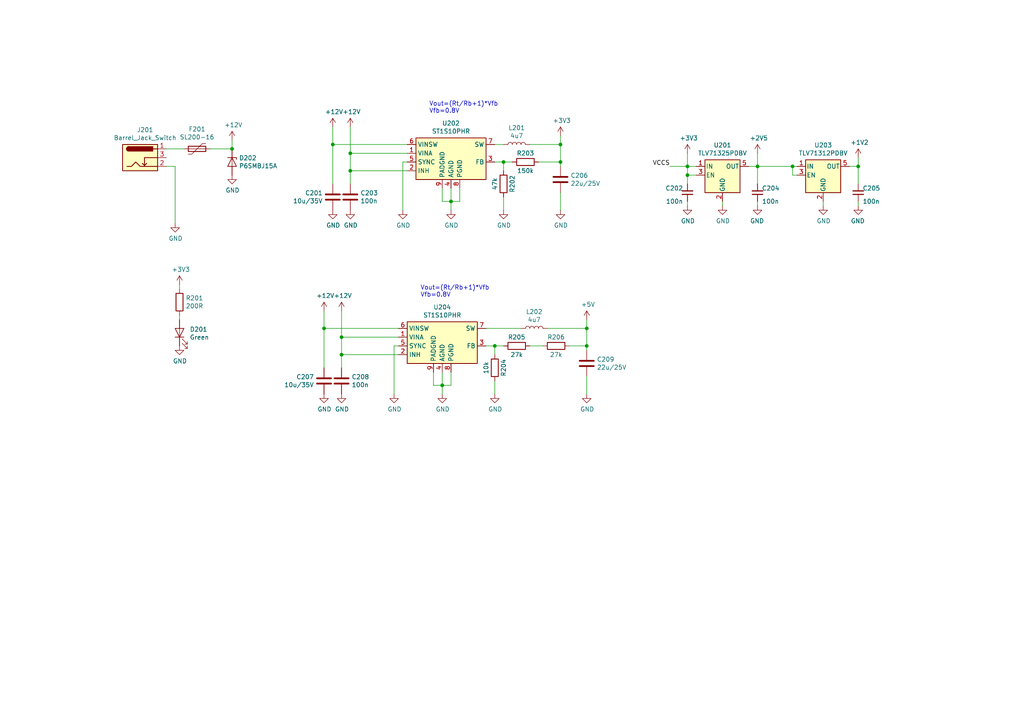
<source format=kicad_sch>
(kicad_sch (version 20211123) (generator eeschema)
  (paper "A4")
  (lib_symbols
    (symbol "Connector:Barrel_Jack_Switch" (pin_names hide)
      (property "Reference" "J" (at 0 5.334 0))
      (property "Value" "Connector_Barrel_Jack_Switch" (at 0 -5.08 0))
      (symbol "Barrel_Jack_Switch_0_1"
        (rectangle (start -5.08 3.81) (end 5.08 -3.81) (stroke (width 0.254)) (fill (type background)))
        (arc (start -3.302 3.175) (mid -3.937 2.54) (end -3.302 1.905) (stroke (width 0.254)))
        (arc (start -3.302 3.175) (mid -3.937 2.54) (end -3.302 1.905) (stroke (width 0.254)) (fill (type outline)))
        (polyline (pts (xy 1.27 -2.286) (xy 1.905 -1.651)) (stroke (width 0.254)))
        (polyline (pts (xy 5.08 2.54) (xy 3.81 2.54)) (stroke (width 0.254)))
        (polyline (pts (xy 5.08 0) (xy 1.27 0) (xy 1.27 -2.286) (xy 0.635 -1.651)) (stroke (width 0.254)))
        (polyline (pts (xy -3.81 -2.54) (xy -2.54 -2.54) (xy -1.27 -1.27) (xy 0 -2.54) (xy 2.54 -2.54) (xy 5.08 -2.54)) (stroke (width 0.254)))
        (rectangle (start 3.683 3.175) (end -3.302 1.905) (stroke (width 0.254)) (fill (type outline)))
      )
      (symbol "Barrel_Jack_Switch_1_1"
        (pin passive line (at 7.62 2.54 180) (length 2.54) (name "~") (number "1"))
        (pin passive line (at 7.62 -2.54 180) (length 2.54) (name "~") (number "2"))
        (pin passive line (at 7.62 0 180) (length 2.54) (name "~") (number "3"))
      )
    )
    (symbol "Device:C" (pin_numbers hide) (pin_names (offset 0.254))
      (property "Reference" "C" (at 0.635 2.54 0))
      (property "Value" "Device_C" (at 0.635 -2.54 0))
      (symbol "C_0_1"
        (polyline (pts (xy -2.032 -0.762) (xy 2.032 -0.762)) (stroke (width 0.508)))
        (polyline (pts (xy -2.032 0.762) (xy 2.032 0.762)) (stroke (width 0.508)))
      )
      (symbol "C_1_1"
        (pin passive line (at 0 3.81 270) (length 2.794) (name "~") (number "1"))
        (pin passive line (at 0 -3.81 90) (length 2.794) (name "~") (number "2"))
      )
    )
    (symbol "Device:D_Zener" (pin_numbers hide) (pin_names (offset 1.016) hide)
      (property "Reference" "D" (at 0 2.54 0))
      (property "Value" "Device_D_Zener" (at 0 -2.54 0))
      (symbol "D_Zener_0_1"
        (polyline (pts (xy 1.27 0) (xy -1.27 0)))
        (polyline (pts (xy -1.27 -1.27) (xy -1.27 1.27) (xy -0.762 1.27)) (stroke (width 0.2032)))
        (polyline (pts (xy 1.27 -1.27) (xy 1.27 1.27) (xy -1.27 0) (xy 1.27 -1.27)) (stroke (width 0.2032)))
      )
      (symbol "D_Zener_1_1"
        (pin passive line (at -3.81 0 0) (length 2.54) (name "K") (number "1"))
        (pin passive line (at 3.81 0 180) (length 2.54) (name "A") (number "2"))
      )
    )
    (symbol "Device:L" (pin_numbers hide) (pin_names (offset 1.016) hide)
      (property "Reference" "L" (at -1.27 0 90))
      (property "Value" "Device_L" (at 1.905 0 90))
      (symbol "L_0_1"
        (arc (start 0 -2.54) (mid 0.635 -1.905) (end 0 -1.27))
        (arc (start 0 -1.27) (mid 0.635 -0.635) (end 0 0))
        (arc (start 0 0) (mid 0.635 0.635) (end 0 1.27))
        (arc (start 0 1.27) (mid 0.635 1.905) (end 0 2.54))
      )
      (symbol "L_1_1"
        (pin passive line (at 0 3.81 270) (length 1.27) (name "1") (number "1"))
        (pin passive line (at 0 -3.81 90) (length 1.27) (name "2") (number "2"))
      )
    )
    (symbol "Device:LED" (pin_numbers hide) (pin_names (offset 1.016) hide)
      (property "Reference" "D" (at 0 2.54 0))
      (property "Value" "Device_LED" (at 0 -2.54 0))
      (symbol "LED_0_1"
        (polyline (pts (xy -1.27 -1.27) (xy -1.27 1.27)) (stroke (width 0.2032)))
        (polyline (pts (xy -1.27 0) (xy 1.27 0)))
        (polyline (pts (xy 1.27 -1.27) (xy 1.27 1.27) (xy -1.27 0) (xy 1.27 -1.27)) (stroke (width 0.2032)))
        (polyline (pts (xy -3.048 -0.762) (xy -4.572 -2.286) (xy -3.81 -2.286) (xy -4.572 -2.286) (xy -4.572 -1.524)))
        (polyline (pts (xy -1.778 -0.762) (xy -3.302 -2.286) (xy -2.54 -2.286) (xy -3.302 -2.286) (xy -3.302 -1.524)))
      )
      (symbol "LED_1_1"
        (pin passive line (at -3.81 0 0) (length 2.54) (name "K") (number "1"))
        (pin passive line (at 3.81 0 180) (length 2.54) (name "A") (number "2"))
      )
    )
    (symbol "Device:Polyfuse" (pin_numbers hide) (pin_names (offset 0))
      (property "Reference" "F" (at -2.54 0 90))
      (property "Value" "Device_Polyfuse" (at 2.54 0 90))
      (symbol "Polyfuse_0_1"
        (rectangle (start -0.762 2.54) (end 0.762 -2.54) (stroke (width 0.254)))
        (polyline (pts (xy 0 2.54) (xy 0 -2.54)))
        (polyline (pts (xy -1.524 2.54) (xy -1.524 1.524) (xy 1.524 -1.524) (xy 1.524 -2.54)))
      )
      (symbol "Polyfuse_1_1"
        (pin passive line (at 0 3.81 270) (length 1.27) (name "~") (number "1"))
        (pin passive line (at 0 -3.81 90) (length 1.27) (name "~") (number "2"))
      )
    )
    (symbol "Device:R" (pin_numbers hide) (pin_names (offset 0))
      (property "Reference" "R" (at 2.032 0 90))
      (property "Value" "Device_R" (at 0 0 90))
      (symbol "R_0_1"
        (rectangle (start -1.016 -2.54) (end 1.016 2.54) (stroke (width 0.254)))
      )
      (symbol "R_1_1"
        (pin passive line (at 0 3.81 270) (length 1.27) (name "~") (number "1"))
        (pin passive line (at 0 -3.81 90) (length 1.27) (name "~") (number "2"))
      )
    )
    (symbol "Regulator_Switching:ST1S10PHR"
      (property "Reference" "U" (at -10.16 5.715 0))
      (property "Value" "Regulator_Switching_ST1S10PHR" (at -0.635 5.715 0))
      (symbol "ST1S10PHR_0_1"
        (rectangle (start 10.16 4.445) (end -10.16 -7.62) (stroke (width 0.254)) (fill (type background)))
      )
      (symbol "ST1S10PHR_1_1"
        (pin power_in line (at -12.7 0 0) (length 2.54) (name "VINA") (number "1"))
        (pin input line (at -12.7 -5.08 0) (length 2.54) (name "INH") (number "2"))
        (pin input line (at 12.7 -2.54 180) (length 2.54) (name "FB") (number "3"))
        (pin power_in line (at 0 -10.16 90) (length 2.54) (name "AGND") (number "4"))
        (pin input line (at -12.7 -2.54 0) (length 2.54) (name "SYNC") (number "5"))
        (pin input line (at -12.7 2.54 0) (length 2.54) (name "VINSW") (number "6"))
        (pin output line (at 12.7 2.54 180) (length 2.54) (name "SW") (number "7"))
        (pin power_in line (at 2.54 -10.16 90) (length 2.54) (name "PGND") (number "8"))
        (pin power_in line (at -2.54 -10.16 90) (length 2.54) (name "PADGND") (number "9"))
      )
    )
    (symbol "ice40-rescue:+1V2-power" (power) (pin_names (offset 0))
      (property "Value" "+1V2-power" (at 0 3.556 0))
      (symbol "+1V2-power_0_1"
        (polyline (pts (xy -0.762 1.27) (xy 0 2.54)))
        (polyline (pts (xy 0 0) (xy 0 2.54)))
        (polyline (pts (xy 0 2.54) (xy 0.762 1.27)))
      )
      (symbol "+1V2-power_1_1"
        (pin power_in line (at 0 0 90) (length 0) hide (name "+1V2") (number "1"))
      )
    )
    (symbol "ice40-rescue:+2V5-power" (power) (pin_names (offset 0))
      (property "Value" "+2V5-power" (at 0 3.556 0))
      (symbol "+2V5-power_0_1"
        (polyline (pts (xy -0.762 1.27) (xy 0 2.54)))
        (polyline (pts (xy 0 0) (xy 0 2.54)))
        (polyline (pts (xy 0 2.54) (xy 0.762 1.27)))
      )
      (symbol "+2V5-power_1_1"
        (pin power_in line (at 0 0 90) (length 0) hide (name "+2V5") (number "1"))
      )
    )
    (symbol "ice40-rescue:+3.3V-power" (power) (pin_names (offset 0))
      (property "Value" "+3.3V-power" (at 0 3.556 0))
      (symbol "+3.3V-power_0_1"
        (polyline (pts (xy -0.762 1.27) (xy 0 2.54)))
        (polyline (pts (xy 0 0) (xy 0 2.54)))
        (polyline (pts (xy 0 2.54) (xy 0.762 1.27)))
      )
      (symbol "+3.3V-power_1_1"
        (pin power_in line (at 0 0 90) (length 0) hide (name "+3V3") (number "1"))
      )
    )
    (symbol "ice40-rescue:C_Small-Device" (pin_numbers hide) (pin_names (offset 0.254) hide)
      (property "Reference" "C" (at 0.254 1.778 0))
      (property "Value" "C_Small-Device" (at 0.254 -2.032 0))
      (symbol "C_Small-Device_0_1"
        (polyline (pts (xy -1.524 -0.508) (xy 1.524 -0.508)) (stroke (width 0.3302)))
        (polyline (pts (xy -1.524 0.508) (xy 1.524 0.508)) (stroke (width 0.3048)))
      )
      (symbol "C_Small-Device_1_1"
        (pin passive line (at 0 2.54 270) (length 2.032) (name "~") (number "1"))
        (pin passive line (at 0 -2.54 90) (length 2.032) (name "~") (number "2"))
      )
    )
    (symbol "ice40-rescue:GND-power" (power) (pin_names (offset 0))
      (property "Value" "GND-power" (at 0 -3.81 0))
      (symbol "GND-power_0_1"
        (polyline (pts (xy 0 0) (xy 0 -1.27) (xy 1.27 -1.27) (xy 0 -2.54) (xy -1.27 -1.27) (xy 0 -1.27)))
      )
      (symbol "GND-power_1_1"
        (pin power_in line (at 0 0 270) (length 0) hide (name "GND") (number "1"))
      )
    )
    (symbol "ice40-rescue:TLV71312PDBV-Regulator_Linear" (pin_names (offset 0.254))
      (property "Reference" "U" (at -3.81 5.715 0))
      (property "Value" "TLV71312PDBV-Regulator_Linear" (at 0 5.715 0))
      (symbol "TLV71312PDBV-Regulator_Linear_0_1"
        (rectangle (start -5.08 4.445) (end 5.08 -5.08) (stroke (width 0.254)) (fill (type background)))
      )
      (symbol "TLV71312PDBV-Regulator_Linear_1_1"
        (pin power_in line (at -7.62 2.54 0) (length 2.54) (name "IN") (number "1"))
        (pin power_in line (at 0 -7.62 90) (length 2.54) (name "GND") (number "2"))
        (pin input line (at -7.62 0 0) (length 2.54) (name "EN") (number "3"))
        (pin no_connect line (at 5.08 0 180) (length 2.54) hide (name "NC") (number "4"))
        (pin power_out line (at 7.62 2.54 180) (length 2.54) (name "OUT") (number "5"))
      )
    )
    (symbol "ice40-rescue:TLV71325PDBV-Regulator_Linear" (pin_names (offset 0.254))
      (property "Reference" "U" (at -3.81 5.715 0))
      (property "Value" "TLV71325PDBV-Regulator_Linear" (at 0 5.715 0))
      (symbol "TLV71325PDBV-Regulator_Linear_0_1"
        (rectangle (start -5.08 4.445) (end 5.08 -5.08) (stroke (width 0.254)) (fill (type background)))
      )
      (symbol "TLV71325PDBV-Regulator_Linear_1_1"
        (pin power_in line (at -7.62 2.54 0) (length 2.54) (name "IN") (number "1"))
        (pin power_in line (at 0 -7.62 90) (length 2.54) (name "GND") (number "2"))
        (pin input line (at -7.62 0 0) (length 2.54) (name "EN") (number "3"))
        (pin no_connect line (at 5.08 0 180) (length 2.54) hide (name "NC") (number "4"))
        (pin power_out line (at 7.62 2.54 180) (length 2.54) (name "OUT") (number "5"))
      )
    )
    (symbol "power:+12V" (power) (pin_names (offset 0))
      (property "Value" "power_+12V" (at 0 3.556 0))
      (symbol "+12V_0_1"
        (polyline (pts (xy -0.762 1.27) (xy 0 2.54)))
        (polyline (pts (xy 0 0) (xy 0 2.54)))
        (polyline (pts (xy 0 2.54) (xy 0.762 1.27)))
      )
      (symbol "+12V_1_1"
        (pin power_in line (at 0 0 90) (length 0) hide (name "+12V") (number "1"))
      )
    )
    (symbol "power:+5V" (power) (pin_names (offset 0))
      (property "Value" "power_+5V" (at 0 3.556 0))
      (symbol "+5V_0_1"
        (polyline (pts (xy -0.762 1.27) (xy 0 2.54)))
        (polyline (pts (xy 0 0) (xy 0 2.54)))
        (polyline (pts (xy 0 2.54) (xy 0.762 1.27)))
      )
      (symbol "+5V_1_1"
        (pin power_in line (at 0 0 90) (length 0) hide (name "+5V") (number "1"))
      )
    )
    (symbol "power:GND" (power) (pin_names (offset 0))
      (property "Value" "power_GND" (at 0 -3.81 0))
      (symbol "GND_0_1"
        (polyline (pts (xy 0 0) (xy 0 -1.27) (xy 1.27 -1.27) (xy 0 -2.54) (xy -1.27 -1.27) (xy 0 -1.27)))
      )
      (symbol "GND_1_1"
        (pin power_in line (at 0 0 270) (length 0) hide (name "GND") (number "1"))
      )
    )
  )
  (junction (at 101.6 49.53))
  (junction (at 199.39 48.26))
  (junction (at 99.06 102.87))
  (junction (at 162.56 46.99))
  (junction (at 199.39 50.8))
  (junction (at 219.71 48.26))
  (junction (at 248.92 48.26))
  (junction (at 130.81 58.42))
  (junction (at 229.87 48.26))
  (junction (at 128.27 111.76))
  (junction (at 67.31 43.18))
  (junction (at 162.56 41.91))
  (junction (at 101.6 44.45))
  (junction (at 170.18 100.33))
  (junction (at 93.98 95.25))
  (junction (at 170.18 95.25))
  (junction (at 146.05 46.99))
  (junction (at 96.52 41.91))
  (junction (at 143.51 100.33))
  (junction (at 99.06 97.79))
  (wire (pts (xy 93.98 95.25) (xy 93.98 106.68)))
  (wire (pts (xy 194.31 48.26) (xy 199.39 48.26)))
  (wire (pts (xy 53.34 43.18) (xy 48.26 43.18)))
  (wire (pts (xy 201.93 48.26) (xy 199.39 48.26)))
  (wire (pts (xy 229.87 50.8) (xy 229.87 48.26)))
  (wire (pts (xy 165.1 100.33) (xy 170.18 100.33)))
  (wire (pts (xy 93.98 95.25) (xy 93.98 90.17)))
  (wire (pts (xy 99.06 97.79) (xy 99.06 90.17)))
  (wire (pts (xy 99.06 102.87) (xy 99.06 106.68)))
  (wire (pts (xy 248.92 48.26) (xy 248.92 45.72)))
  (wire (pts (xy 146.05 49.53) (xy 146.05 46.99)))
  (wire (pts (xy 101.6 44.45) (xy 101.6 49.53)))
  (wire (pts (xy 199.39 53.34) (xy 199.39 50.8)))
  (wire (pts (xy 219.71 53.34) (xy 219.71 48.26)))
  (wire (pts (xy 238.76 59.69) (xy 238.76 58.42)))
  (wire (pts (xy 146.05 60.96) (xy 146.05 57.15)))
  (wire (pts (xy 199.39 44.45) (xy 199.39 48.26)))
  (wire (pts (xy 148.59 46.99) (xy 146.05 46.99)))
  (wire (pts (xy 67.31 40.64) (xy 67.31 43.18)))
  (wire (pts (xy 162.56 60.96) (xy 162.56 55.88)))
  (wire (pts (xy 96.52 41.91) (xy 96.52 36.83)))
  (wire (pts (xy 118.11 44.45) (xy 101.6 44.45)))
  (wire (pts (xy 130.81 54.61) (xy 130.81 58.42)))
  (wire (pts (xy 153.67 100.33) (xy 157.48 100.33)))
  (wire (pts (xy 248.92 53.34) (xy 248.92 48.26)))
  (wire (pts (xy 125.73 107.95) (xy 125.73 111.76)))
  (wire (pts (xy 143.51 114.3) (xy 143.51 110.49)))
  (wire (pts (xy 162.56 46.99) (xy 162.56 48.26)))
  (wire (pts (xy 115.57 95.25) (xy 93.98 95.25)))
  (wire (pts (xy 248.92 59.69) (xy 248.92 58.42)))
  (wire (pts (xy 130.81 58.42) (xy 130.81 60.96)))
  (wire (pts (xy 146.05 46.99) (xy 143.51 46.99)))
  (wire (pts (xy 128.27 54.61) (xy 128.27 58.42)))
  (wire (pts (xy 162.56 39.37) (xy 162.56 41.91)))
  (wire (pts (xy 209.55 59.69) (xy 209.55 58.42)))
  (wire (pts (xy 52.07 91.44) (xy 52.07 92.71)))
  (wire (pts (xy 67.31 43.18) (xy 60.96 43.18)))
  (wire (pts (xy 115.57 100.33) (xy 114.3 100.33)))
  (wire (pts (xy 116.84 46.99) (xy 116.84 60.96)))
  (wire (pts (xy 170.18 114.3) (xy 170.18 109.22)))
  (wire (pts (xy 118.11 49.53) (xy 101.6 49.53)))
  (wire (pts (xy 50.8 48.26) (xy 50.8 64.77)))
  (wire (pts (xy 101.6 44.45) (xy 101.6 36.83)))
  (wire (pts (xy 170.18 95.25) (xy 170.18 100.33)))
  (wire (pts (xy 130.81 58.42) (xy 133.35 58.42)))
  (wire (pts (xy 143.51 102.87) (xy 143.51 100.33)))
  (wire (pts (xy 133.35 58.42) (xy 133.35 54.61)))
  (wire (pts (xy 199.39 48.26) (xy 199.39 50.8)))
  (wire (pts (xy 128.27 107.95) (xy 128.27 111.76)))
  (wire (pts (xy 118.11 41.91) (xy 96.52 41.91)))
  (wire (pts (xy 96.52 41.91) (xy 96.52 53.34)))
  (wire (pts (xy 170.18 92.71) (xy 170.18 95.25)))
  (wire (pts (xy 201.93 50.8) (xy 199.39 50.8)))
  (wire (pts (xy 101.6 49.53) (xy 101.6 53.34)))
  (wire (pts (xy 162.56 46.99) (xy 156.21 46.99)))
  (wire (pts (xy 231.14 50.8) (xy 229.87 50.8)))
  (wire (pts (xy 153.67 41.91) (xy 162.56 41.91)))
  (wire (pts (xy 151.13 95.25) (xy 140.97 95.25)))
  (wire (pts (xy 219.71 44.45) (xy 219.71 48.26)))
  (wire (pts (xy 128.27 111.76) (xy 128.27 114.3)))
  (wire (pts (xy 128.27 111.76) (xy 130.81 111.76)))
  (wire (pts (xy 158.75 95.25) (xy 170.18 95.25)))
  (wire (pts (xy 229.87 48.26) (xy 219.71 48.26)))
  (wire (pts (xy 219.71 59.69) (xy 219.71 58.42)))
  (wire (pts (xy 217.17 48.26) (xy 219.71 48.26)))
  (wire (pts (xy 170.18 100.33) (xy 170.18 101.6)))
  (wire (pts (xy 115.57 97.79) (xy 99.06 97.79)))
  (wire (pts (xy 48.26 48.26) (xy 50.8 48.26)))
  (wire (pts (xy 130.81 111.76) (xy 130.81 107.95)))
  (wire (pts (xy 143.51 100.33) (xy 140.97 100.33)))
  (wire (pts (xy 115.57 102.87) (xy 99.06 102.87)))
  (wire (pts (xy 128.27 58.42) (xy 130.81 58.42)))
  (wire (pts (xy 52.07 82.55) (xy 52.07 83.82)))
  (wire (pts (xy 162.56 41.91) (xy 162.56 46.99)))
  (wire (pts (xy 246.38 48.26) (xy 248.92 48.26)))
  (wire (pts (xy 125.73 111.76) (xy 128.27 111.76)))
  (wire (pts (xy 114.3 100.33) (xy 114.3 114.3)))
  (wire (pts (xy 99.06 97.79) (xy 99.06 102.87)))
  (wire (pts (xy 231.14 48.26) (xy 229.87 48.26)))
  (wire (pts (xy 146.05 41.91) (xy 143.51 41.91)))
  (wire (pts (xy 199.39 59.69) (xy 199.39 58.42)))
  (wire (pts (xy 118.11 46.99) (xy 116.84 46.99)))
  (wire (pts (xy 146.05 100.33) (xy 143.51 100.33)))
  (text "Vout=(Rt/Rb+1)*Vfb\nVfb=0.8V" (at 124.46 33.02 0) (effects (font (size 1.27 1.27)) (justify left bottom)))
  (text "Vout=(Rt/Rb+1)*Vfb\nVfb=0.8V" (at 121.92 86.36 0) (effects (font (size 1.27 1.27)) (justify left bottom)))
  (label "VCCS" (at 194.31 48.26 180))
  (symbol (lib_id "Device:D_Zener") (at 67.31 46.99 270) (unit 1)
    (property "Reference" "D202" (at 69.3166 45.8216 90) (effects (justify left)))
    (property "Value" "P6SMBJ15A" (at 69.3166 48.133 90) (effects (justify left)))
    (property "Footprint" "Diode_SMD:D_SMB" (effects hide))
  )
  (symbol (lib_id "power:GND") (at 67.31 50.8 0) (unit 1)
    (property "Reference" "#PWR0206" (effects hide))
    (property "Value" "GND" (at 67.437 55.1942 0))
  )
  (symbol (lib_id "Device:LED") (at 52.07 96.52 90) (unit 1)
    (property "Reference" "D201" (at 55.0418 95.5294 90) (effects (justify right)))
    (property "Value" "Green" (at 55.0418 97.8408 90) (effects (justify right)))
    (property "Footprint" "Diode_SMD:D_0805_2012Metric" (effects hide))
  )
  (symbol (lib_id "ice40-rescue:GND-power") (at 52.07 100.33 0) (unit 1)
    (property "Reference" "#PWR0203" (effects hide))
    (property "Value" "GND" (at 52.197 104.7242 0))
  )
  (symbol (lib_id "Device:R") (at 52.07 87.63 0) (unit 1)
    (property "Reference" "R201" (at 53.848 86.4616 0) (effects (justify left)))
    (property "Value" "200R" (at 53.848 88.773 0) (effects (justify left)))
    (property "Footprint" "Resistor_SMD:R_0603_1608Metric" (effects hide))
  )
  (symbol (lib_id "ice40-rescue:+3.3V-power") (at 52.07 82.55 0) (unit 1)
    (property "Reference" "#PWR0202" (effects hide))
    (property "Value" "+3.3V" (at 52.451 78.1558 0))
  )
  (symbol (lib_id "Device:C") (at 96.52 57.15 0) (mirror x) (unit 1)
    (property "Reference" "C201" (at 93.599 55.9816 0) (effects (justify right)))
    (property "Value" "10u/35V" (at 93.599 58.293 0) (effects (justify right)))
    (property "Footprint" "Capacitor_SMD:C_1210_3225Metric" (effects hide))
  )
  (symbol (lib_id "Regulator_Switching:ST1S10PHR") (at 128.27 97.79 0) (unit 1)
    (property "Reference" "U204" (at 128.27 89.1032 0))
    (property "Value" "ST1S10PHR" (at 128.27 91.4146 0))
    (property "Footprint" "Package_SO:TI_SO-PowerPAD-8" (effects hide))
    (property "Datasheet" "http://www.st.com/internet/com/TECHNICAL_RESOURCES/TECHNICAL_LITERATURE/DATASHEET/CD00169322.pdf" (effects hide))
  )
  (symbol (lib_id "Device:L") (at 154.94 95.25 90) (unit 1)
    (property "Reference" "L202" (at 154.94 90.424 90))
    (property "Value" "4u7" (at 154.94 92.7354 90))
    (property "Footprint" "Inductor_SMD:L_12x12mm_H8mm" (effects hide))
  )
  (symbol (lib_id "Device:C") (at 99.06 110.49 0) (unit 1)
    (property "Reference" "C208" (at 101.981 109.3216 0) (effects (justify left)))
    (property "Value" "100n" (at 101.981 111.633 0) (effects (justify left)))
    (property "Footprint" "Capacitor_SMD:C_0603_1608Metric" (effects hide))
  )
  (symbol (lib_id "power:GND") (at 99.06 114.3 0) (unit 1)
    (property "Reference" "#PWR0227" (effects hide))
    (property "Value" "GND" (at 99.187 118.6942 0))
  )
  (symbol (lib_id "power:GND") (at 93.98 114.3 0) (unit 1)
    (property "Reference" "#PWR0225" (effects hide))
    (property "Value" "GND" (at 94.107 118.6942 0))
  )
  (symbol (lib_id "power:+12V") (at 93.98 90.17 0) (unit 1)
    (property "Reference" "#PWR0224" (effects hide))
    (property "Value" "+12V" (at 94.361 85.7758 0))
  )
  (symbol (lib_id "power:+12V") (at 99.06 90.17 0) (unit 1)
    (property "Reference" "#PWR0226" (effects hide))
    (property "Value" "+12V" (at 99.441 85.7758 0))
  )
  (symbol (lib_id "power:GND") (at 114.3 114.3 0) (unit 1)
    (property "Reference" "#PWR0228" (effects hide))
    (property "Value" "GND" (at 114.427 118.6942 0))
  )
  (symbol (lib_id "power:GND") (at 128.27 114.3 0) (unit 1)
    (property "Reference" "#PWR0229" (effects hide))
    (property "Value" "GND" (at 128.397 118.6942 0))
  )
  (symbol (lib_id "Device:C") (at 170.18 105.41 0) (unit 1)
    (property "Reference" "C209" (at 173.101 104.2416 0) (effects (justify left)))
    (property "Value" "22u/25V" (at 173.101 106.553 0) (effects (justify left)))
    (property "Footprint" "Capacitor_SMD:C_1210_3225Metric" (effects hide))
  )
  (symbol (lib_id "Device:R") (at 149.86 100.33 270) (unit 1)
    (property "Reference" "R205" (at 149.86 97.79 90))
    (property "Value" "27k" (at 149.86 102.87 90))
    (property "Footprint" "Resistor_SMD:R_0603_1608Metric" (effects hide))
  )
  (symbol (lib_id "Device:R") (at 143.51 106.68 180) (unit 1)
    (property "Reference" "R204" (at 146.05 106.68 90))
    (property "Value" "10k" (at 140.97 106.68 90))
    (property "Footprint" "Resistor_SMD:R_0603_1608Metric" (effects hide))
  )
  (symbol (lib_id "power:GND") (at 143.51 114.3 0) (unit 1)
    (property "Reference" "#PWR0230" (effects hide))
    (property "Value" "GND" (at 143.637 118.6942 0))
  )
  (symbol (lib_id "power:GND") (at 170.18 114.3 0) (unit 1)
    (property "Reference" "#PWR0232" (effects hide))
    (property "Value" "GND" (at 170.307 118.6942 0))
  )
  (symbol (lib_id "Device:C") (at 93.98 110.49 0) (mirror x) (unit 1)
    (property "Reference" "C207" (at 91.059 109.3216 0) (effects (justify right)))
    (property "Value" "10u/35V" (at 91.059 111.633 0) (effects (justify right)))
    (property "Footprint" "Capacitor_SMD:C_1210_3225Metric" (effects hide))
  )
  (symbol (lib_id "power:+5V") (at 170.18 92.71 0) (unit 1)
    (property "Reference" "#PWR0231" (effects hide))
    (property "Value" "+5V" (at 170.561 88.3158 0))
  )
  (symbol (lib_id "Device:R") (at 161.29 100.33 270) (unit 1)
    (property "Reference" "R206" (at 161.29 97.79 90))
    (property "Value" "27k" (at 161.29 102.87 90))
    (property "Footprint" "Resistor_SMD:R_0603_1608Metric" (effects hide))
  )
  (symbol (lib_id "Connector:Barrel_Jack_Switch") (at 40.64 45.72 0) (unit 1)
    (property "Reference" "J201" (at 42.0878 37.6682 0))
    (property "Value" "Barrel_Jack_Switch" (at 42.0878 39.9796 0))
    (property "Footprint" "Connector_BarrelJack:BarrelJack_Horizontal" (effects hide))
  )
  (symbol (lib_id "Regulator_Switching:ST1S10PHR") (at 130.81 44.45 0) (unit 1)
    (property "Reference" "U202" (at 130.81 35.7632 0))
    (property "Value" "ST1S10PHR" (at 130.81 38.0746 0))
    (property "Footprint" "Package_SO:TI_SO-PowerPAD-8" (effects hide))
    (property "Datasheet" "http://www.st.com/internet/com/TECHNICAL_RESOURCES/TECHNICAL_LITERATURE/DATASHEET/CD00169322.pdf" (effects hide))
  )
  (symbol (lib_id "Device:L") (at 149.86 41.91 90) (unit 1)
    (property "Reference" "L201" (at 149.86 37.084 90))
    (property "Value" "4u7" (at 149.86 39.3954 90))
    (property "Footprint" "Inductor_SMD:L_12x12mm_H8mm" (effects hide))
  )
  (symbol (lib_id "Device:C") (at 101.6 57.15 0) (unit 1)
    (property "Reference" "C203" (at 104.521 55.9816 0) (effects (justify left)))
    (property "Value" "100n" (at 104.521 58.293 0) (effects (justify left)))
    (property "Footprint" "Capacitor_SMD:C_0603_1608Metric" (effects hide))
  )
  (symbol (lib_id "power:GND") (at 50.8 64.77 0) (unit 1)
    (property "Reference" "#PWR0201" (effects hide))
    (property "Value" "GND" (at 50.927 69.1642 0))
  )
  (symbol (lib_id "power:GND") (at 101.6 60.96 0) (unit 1)
    (property "Reference" "#PWR0212" (effects hide))
    (property "Value" "GND" (at 101.727 65.3542 0))
  )
  (symbol (lib_id "power:GND") (at 96.52 60.96 0) (unit 1)
    (property "Reference" "#PWR0208" (effects hide))
    (property "Value" "GND" (at 96.647 65.3542 0))
  )
  (symbol (lib_id "power:+12V") (at 96.52 36.83 0) (unit 1)
    (property "Reference" "#PWR0207" (effects hide))
    (property "Value" "+12V" (at 96.901 32.4358 0))
  )
  (symbol (lib_id "power:+12V") (at 101.6 36.83 0) (unit 1)
    (property "Reference" "#PWR0211" (effects hide))
    (property "Value" "+12V" (at 101.981 32.4358 0))
  )
  (symbol (lib_id "power:+12V") (at 67.31 40.64 0) (unit 1)
    (property "Reference" "#PWR0204" (effects hide))
    (property "Value" "+12V" (at 67.691 36.2458 0))
  )
  (symbol (lib_id "power:GND") (at 116.84 60.96 0) (unit 1)
    (property "Reference" "#PWR0214" (effects hide))
    (property "Value" "GND" (at 116.967 65.3542 0))
  )
  (symbol (lib_id "power:GND") (at 130.81 60.96 0) (unit 1)
    (property "Reference" "#PWR0217" (effects hide))
    (property "Value" "GND" (at 130.937 65.3542 0))
  )
  (symbol (lib_id "Device:C") (at 162.56 52.07 0) (unit 1)
    (property "Reference" "C206" (at 165.481 50.9016 0) (effects (justify left)))
    (property "Value" "22u/25V" (at 165.481 53.213 0) (effects (justify left)))
    (property "Footprint" "Capacitor_SMD:C_1210_3225Metric" (effects hide))
  )
  (symbol (lib_id "Device:R") (at 152.4 46.99 270) (unit 1)
    (property "Reference" "R203" (at 152.4 44.45 90))
    (property "Value" "150k" (at 152.4 49.53 90))
    (property "Footprint" "Resistor_SMD:R_0603_1608Metric" (effects hide))
  )
  (symbol (lib_id "Device:R") (at 146.05 53.34 180) (unit 1)
    (property "Reference" "R202" (at 148.59 53.34 90))
    (property "Value" "47k" (at 143.51 53.34 90))
    (property "Footprint" "Resistor_SMD:R_0603_1608Metric" (effects hide))
  )
  (symbol (lib_id "power:GND") (at 146.05 60.96 0) (unit 1)
    (property "Reference" "#PWR0219" (effects hide))
    (property "Value" "GND" (at 146.177 65.3542 0))
  )
  (symbol (lib_id "power:GND") (at 162.56 60.96 0) (unit 1)
    (property "Reference" "#PWR0223" (effects hide))
    (property "Value" "GND" (at 162.687 65.3542 0))
  )
  (symbol (lib_id "ice40-rescue:+3.3V-power") (at 162.56 39.37 0) (unit 1)
    (property "Reference" "#PWR0222" (effects hide))
    (property "Value" "+3.3V" (at 162.941 34.9758 0))
  )
  (symbol (lib_id "ice40-rescue:TLV71312PDBV-Regulator_Linear") (at 238.76 50.8 0) (unit 1)
    (property "Reference" "U203" (at 238.76 42.1132 0))
    (property "Value" "TLV71312PDBV" (at 238.76 44.4246 0))
    (property "Footprint" "Package_TO_SOT_SMD:SOT-23-5" (effects hide))
    (property "Datasheet" "http://www.ti.com/lit/ds/symlink/tlv713p.pdf" (effects hide))
  )
  (symbol (lib_id "ice40-rescue:TLV71325PDBV-Regulator_Linear") (at 209.55 50.8 0) (unit 1)
    (property "Reference" "U201" (at 209.55 42.1132 0))
    (property "Value" "TLV71325PDBV" (at 209.55 44.4246 0))
    (property "Footprint" "Package_TO_SOT_SMD:SOT-23-5" (effects hide))
    (property "Datasheet" "http://www.ti.com/lit/ds/symlink/tlv713p.pdf" (effects hide))
  )
  (symbol (lib_id "ice40-rescue:+2V5-power") (at 219.71 44.45 0) (unit 1)
    (property "Reference" "#PWR0215" (effects hide))
    (property "Value" "+2V5" (at 220.091 40.0558 0))
  )
  (symbol (lib_id "ice40-rescue:GND-power") (at 209.55 59.69 0) (unit 1)
    (property "Reference" "#PWR0213" (effects hide))
    (property "Value" "GND" (at 209.677 64.0842 0))
  )
  (symbol (lib_id "ice40-rescue:GND-power") (at 238.76 59.69 0) (unit 1)
    (property "Reference" "#PWR0218" (effects hide))
    (property "Value" "GND" (at 238.887 64.0842 0))
  )
  (symbol (lib_id "ice40-rescue:+1V2-power") (at 248.92 45.72 0) (unit 1)
    (property "Reference" "#PWR0220" (effects hide))
    (property "Value" "+1V2" (at 249.301 41.3258 0))
  )
  (symbol (lib_id "ice40-rescue:+3.3V-power") (at 199.39 44.45 0) (unit 1)
    (property "Reference" "#PWR0209" (effects hide))
    (property "Value" "+3.3V" (at 199.771 40.0558 0))
  )
  (symbol (lib_id "ice40-rescue:C_Small-Device") (at 248.92 55.88 180) (unit 1)
    (property "Reference" "C205" (at 250.19 54.61 0) (effects (justify right)))
    (property "Value" "100n" (at 250.19 58.42 0) (effects (justify right)))
    (property "Footprint" "Capacitor_SMD:C_0603_1608Metric" (effects hide))
  )
  (symbol (lib_id "ice40-rescue:GND-power") (at 248.92 59.69 0) (mirror y) (unit 1)
    (property "Reference" "#PWR0221" (effects hide))
    (property "Value" "GND" (at 248.793 64.0842 0))
  )
  (symbol (lib_id "ice40-rescue:C_Small-Device") (at 219.71 55.88 180) (unit 1)
    (property "Reference" "C204" (at 220.98 54.61 0) (effects (justify right)))
    (property "Value" "100n" (at 220.98 58.42 0) (effects (justify right)))
    (property "Footprint" "Capacitor_SMD:C_0603_1608Metric" (effects hide))
  )
  (symbol (lib_id "ice40-rescue:GND-power") (at 219.71 59.69 0) (mirror y) (unit 1)
    (property "Reference" "#PWR0216" (effects hide))
    (property "Value" "GND" (at 219.583 64.0842 0))
  )
  (symbol (lib_id "ice40-rescue:C_Small-Device") (at 199.39 55.88 0) (mirror x) (unit 1)
    (property "Reference" "C202" (at 198.12 54.61 0) (effects (justify right)))
    (property "Value" "100n" (at 198.12 58.42 0) (effects (justify right)))
    (property "Footprint" "Capacitor_SMD:C_0603_1608Metric" (effects hide))
  )
  (symbol (lib_id "ice40-rescue:GND-power") (at 199.39 59.69 0) (unit 1)
    (property "Reference" "#PWR0210" (effects hide))
    (property "Value" "GND" (at 199.517 64.0842 0))
  )
  (symbol (lib_id "Device:Polyfuse") (at 57.15 43.18 270) (unit 1)
    (property "Reference" "F201" (at 57.15 37.465 90))
    (property "Value" "SL200-16" (at 57.15 39.7764 90))
    (property "Footprint" "Fuse:Fuse_2920_7451Metric_Pad2.10x5.45mm_HandSolder" (effects hide))
  )
)
</source>
